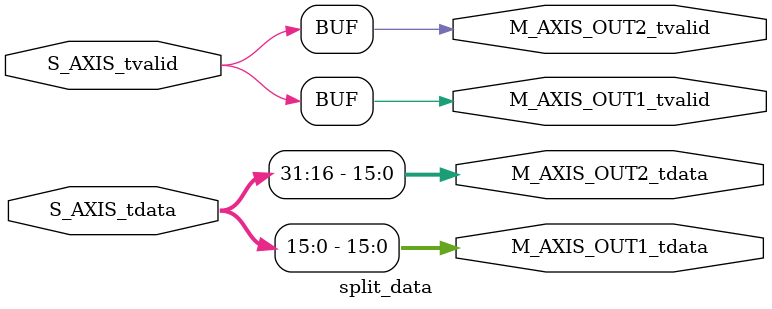
<source format=v>
`timescale 1ns / 1ps


module split_data #(

    parameter AXIS_TDATA_WIDTH = 32)(

    input   [AXIS_TDATA_WIDTH-1:0]      S_AXIS_tdata,
    input                               S_AXIS_tvalid,
    
    output  [AXIS_TDATA_WIDTH/2-1:0]    M_AXIS_OUT1_tdata,
    output                              M_AXIS_OUT1_tvalid,
    
    output  [AXIS_TDATA_WIDTH/2-1:0]    M_AXIS_OUT2_tdata,
    output                              M_AXIS_OUT2_tvalid
    );
    
    assign M_AXIS_OUT1_tdata = S_AXIS_tdata[AXIS_TDATA_WIDTH/2-1:0];
    assign M_AXIS_OUT2_tdata = S_AXIS_tdata[AXIS_TDATA_WIDTH-1:AXIS_TDATA_WIDTH/2];
    assign M_AXIS_OUT1_tvalid = S_AXIS_tvalid;
    assign M_AXIS_OUT2_tvalid = S_AXIS_tvalid;
    
endmodule

</source>
